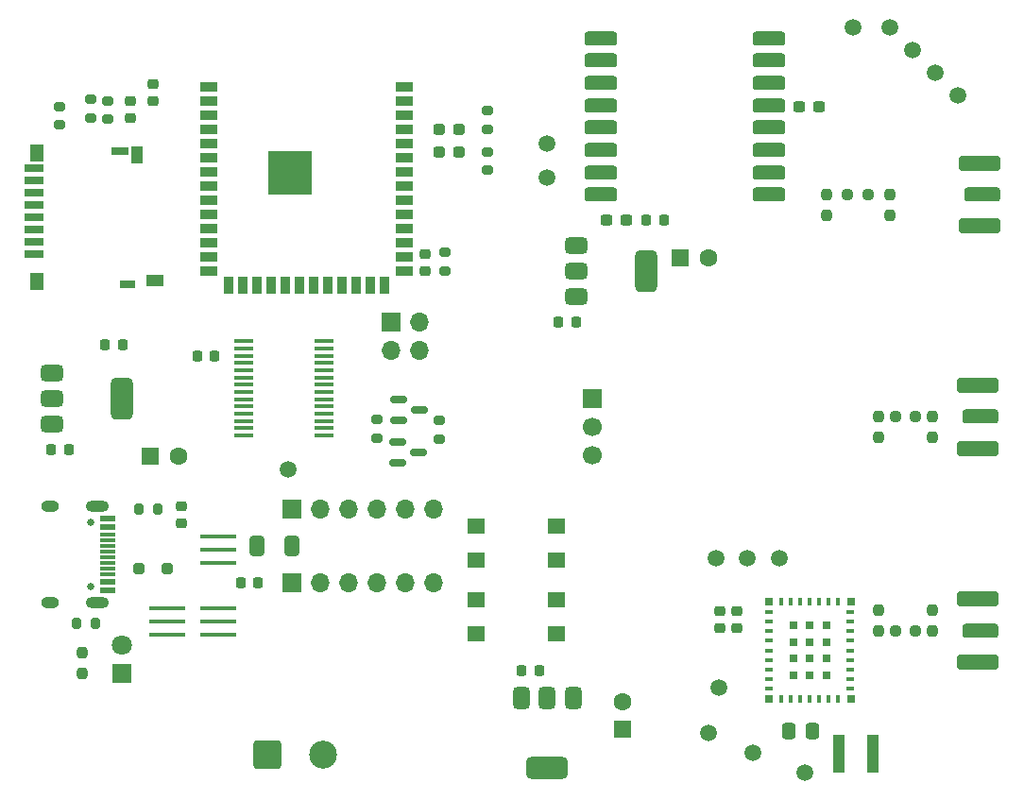
<source format=gbr>
%TF.GenerationSoftware,KiCad,Pcbnew,9.0.0*%
%TF.CreationDate,2025-04-10T09:35:26+02:00*%
%TF.ProjectId,3band_testboard_mcu_based,3362616e-645f-4746-9573-74626f617264,1.0*%
%TF.SameCoordinates,Original*%
%TF.FileFunction,Soldermask,Top*%
%TF.FilePolarity,Negative*%
%FSLAX46Y46*%
G04 Gerber Fmt 4.6, Leading zero omitted, Abs format (unit mm)*
G04 Created by KiCad (PCBNEW 9.0.0) date 2025-04-10 09:35:26*
%MOMM*%
%LPD*%
G01*
G04 APERTURE LIST*
G04 Aperture macros list*
%AMRoundRect*
0 Rectangle with rounded corners*
0 $1 Rounding radius*
0 $2 $3 $4 $5 $6 $7 $8 $9 X,Y pos of 4 corners*
0 Add a 4 corners polygon primitive as box body*
4,1,4,$2,$3,$4,$5,$6,$7,$8,$9,$2,$3,0*
0 Add four circle primitives for the rounded corners*
1,1,$1+$1,$2,$3*
1,1,$1+$1,$4,$5*
1,1,$1+$1,$6,$7*
1,1,$1+$1,$8,$9*
0 Add four rect primitives between the rounded corners*
20,1,$1+$1,$2,$3,$4,$5,0*
20,1,$1+$1,$4,$5,$6,$7,0*
20,1,$1+$1,$6,$7,$8,$9,0*
20,1,$1+$1,$8,$9,$2,$3,0*%
G04 Aperture macros list end*
%ADD10RoundRect,0.250000X1.350000X-0.385000X1.350000X0.385000X-1.350000X0.385000X-1.350000X-0.385000X0*%
%ADD11RoundRect,0.250000X1.600000X-0.425000X1.600000X0.425000X-1.600000X0.425000X-1.600000X-0.425000X0*%
%ADD12R,1.750000X0.700000*%
%ADD13R,1.300000X1.500000*%
%ADD14R,1.500000X0.800000*%
%ADD15R,1.400000X0.800000*%
%ADD16R,1.000000X1.550000*%
%ADD17R,1.550000X1.000000*%
%ADD18RoundRect,0.150000X-0.587500X-0.150000X0.587500X-0.150000X0.587500X0.150000X-0.587500X0.150000X0*%
%ADD19RoundRect,0.237500X0.287500X0.237500X-0.287500X0.237500X-0.287500X-0.237500X0.287500X-0.237500X0*%
%ADD20RoundRect,0.225000X-0.225000X-0.250000X0.225000X-0.250000X0.225000X0.250000X-0.225000X0.250000X0*%
%ADD21R,1.500000X0.900000*%
%ADD22R,0.900000X1.500000*%
%ADD23C,0.600000*%
%ADD24R,3.900000X3.900000*%
%ADD25C,1.500000*%
%ADD26RoundRect,0.237500X-0.237500X0.250000X-0.237500X-0.250000X0.237500X-0.250000X0.237500X0.250000X0*%
%ADD27RoundRect,0.225000X0.250000X-0.225000X0.250000X0.225000X-0.250000X0.225000X-0.250000X-0.225000X0*%
%ADD28RoundRect,0.317500X-1.157500X-0.317500X1.157500X-0.317500X1.157500X0.317500X-1.157500X0.317500X0*%
%ADD29RoundRect,0.200000X-0.200000X-0.275000X0.200000X-0.275000X0.200000X0.275000X-0.200000X0.275000X0*%
%ADD30R,1.700000X1.700000*%
%ADD31O,1.700000X1.700000*%
%ADD32R,0.400000X0.800000*%
%ADD33R,0.800000X0.800000*%
%ADD34R,0.800000X0.400000*%
%ADD35RoundRect,0.237500X-0.300000X-0.237500X0.300000X-0.237500X0.300000X0.237500X-0.300000X0.237500X0*%
%ADD36RoundRect,0.237500X-0.250000X-0.237500X0.250000X-0.237500X0.250000X0.237500X-0.250000X0.237500X0*%
%ADD37RoundRect,0.200000X-0.275000X0.200000X-0.275000X-0.200000X0.275000X-0.200000X0.275000X0.200000X0*%
%ADD38RoundRect,0.225000X0.225000X0.250000X-0.225000X0.250000X-0.225000X-0.250000X0.225000X-0.250000X0*%
%ADD39RoundRect,0.375000X-0.625000X-0.375000X0.625000X-0.375000X0.625000X0.375000X-0.625000X0.375000X0*%
%ADD40RoundRect,0.500000X-0.500000X-1.400000X0.500000X-1.400000X0.500000X1.400000X-0.500000X1.400000X0*%
%ADD41RoundRect,0.237500X0.300000X0.237500X-0.300000X0.237500X-0.300000X-0.237500X0.300000X-0.237500X0*%
%ADD42RoundRect,0.200000X0.275000X-0.200000X0.275000X0.200000X-0.275000X0.200000X-0.275000X-0.200000X0*%
%ADD43RoundRect,0.237500X0.250000X0.237500X-0.250000X0.237500X-0.250000X-0.237500X0.250000X-0.237500X0*%
%ADD44RoundRect,0.200000X0.200000X0.275000X-0.200000X0.275000X-0.200000X-0.275000X0.200000X-0.275000X0*%
%ADD45RoundRect,0.250000X-1.000000X-1.000000X1.000000X-1.000000X1.000000X1.000000X-1.000000X1.000000X0*%
%ADD46C,2.500000*%
%ADD47R,1.800000X1.800000*%
%ADD48C,1.800000*%
%ADD49R,1.600000X1.600000*%
%ADD50C,1.600000*%
%ADD51RoundRect,0.375000X-0.375000X0.625000X-0.375000X-0.625000X0.375000X-0.625000X0.375000X0.625000X0*%
%ADD52RoundRect,0.500000X-1.400000X0.500000X-1.400000X-0.500000X1.400000X-0.500000X1.400000X0.500000X0*%
%ADD53R,1.600000X1.400000*%
%ADD54R,1.100000X3.400000*%
%ADD55R,3.200000X0.400000*%
%ADD56R,1.750000X0.450000*%
%ADD57RoundRect,0.250000X-0.412500X-0.650000X0.412500X-0.650000X0.412500X0.650000X-0.412500X0.650000X0*%
%ADD58C,0.650000*%
%ADD59R,1.450000X0.600000*%
%ADD60R,1.450000X0.300000*%
%ADD61O,2.100000X1.000000*%
%ADD62O,1.600000X1.000000*%
%ADD63RoundRect,0.250000X-0.337500X-0.475000X0.337500X-0.475000X0.337500X0.475000X-0.337500X0.475000X0*%
%ADD64RoundRect,0.237500X0.237500X-0.250000X0.237500X0.250000X-0.237500X0.250000X-0.237500X-0.250000X0*%
%ADD65C,1.700000*%
%ADD66RoundRect,0.250000X0.250000X0.250000X-0.250000X0.250000X-0.250000X-0.250000X0.250000X-0.250000X0*%
G04 APERTURE END LIST*
D10*
%TO.C,J2*%
X163064000Y-87347718D03*
D11*
X162814000Y-84522718D03*
X162814000Y-90172718D03*
%TD*%
D12*
%TO.C,J4*%
X78216000Y-53567000D03*
X78216000Y-52467000D03*
X78216000Y-51367000D03*
X78216000Y-50267000D03*
X78216000Y-49167000D03*
X78216000Y-48067000D03*
X78216000Y-46967000D03*
X78216000Y-45867000D03*
D13*
X78441000Y-44567000D03*
X78441000Y-56017000D03*
D14*
X85941000Y-44392000D03*
D15*
X86591000Y-56342000D03*
D16*
X87441000Y-44692000D03*
D17*
X89016000Y-55942000D03*
%TD*%
D18*
%TO.C,Q2*%
X110901000Y-66614000D03*
X110901000Y-68514000D03*
X112776000Y-67564000D03*
%TD*%
D19*
%TO.C,D3*%
X116304000Y-42418000D03*
X114554000Y-42418000D03*
%TD*%
D20*
%TO.C,C13*%
X84582000Y-61722000D03*
X86132000Y-61722000D03*
%TD*%
D21*
%TO.C,U5*%
X93866000Y-38608000D03*
X93866000Y-39878000D03*
X93866000Y-41148000D03*
X93866000Y-42418000D03*
X93866000Y-43688000D03*
X93866000Y-44958000D03*
X93866000Y-46228000D03*
X93866000Y-47498000D03*
X93866000Y-48768000D03*
X93866000Y-50038000D03*
X93866000Y-51308000D03*
X93866000Y-52578000D03*
X93866000Y-53848000D03*
X93866000Y-55118000D03*
D22*
X95631000Y-56368000D03*
X96901000Y-56368000D03*
X98171000Y-56368000D03*
X99441000Y-56368000D03*
X100711000Y-56368000D03*
X101981000Y-56368000D03*
X103251000Y-56368000D03*
X104521000Y-56368000D03*
X105791000Y-56368000D03*
X107061000Y-56368000D03*
X108331000Y-56368000D03*
X109601000Y-56368000D03*
D21*
X111366000Y-55118000D03*
X111366000Y-53848000D03*
X111366000Y-52578000D03*
X111366000Y-51308000D03*
X111366000Y-50038000D03*
X111366000Y-48768000D03*
X111366000Y-47498000D03*
X111366000Y-46228000D03*
X111366000Y-44958000D03*
X111366000Y-43688000D03*
X111366000Y-42418000D03*
X111366000Y-41148000D03*
X111366000Y-39878000D03*
X111366000Y-38608000D03*
D23*
X99716000Y-45628000D03*
X99716000Y-47028000D03*
X100416000Y-44928000D03*
X100416000Y-46328000D03*
X100416000Y-47728000D03*
X101116000Y-45628000D03*
D24*
X101116000Y-46328000D03*
D23*
X101116000Y-47028000D03*
X101816000Y-44928000D03*
X101816000Y-46328000D03*
X101816000Y-47728000D03*
X102516000Y-45628000D03*
X102516000Y-47028000D03*
%TD*%
D25*
%TO.C,TP4*%
X151638000Y-33274000D03*
%TD*%
D26*
%TO.C,R18*%
X82550000Y-89361000D03*
X82550000Y-91186000D03*
%TD*%
D27*
%TO.C,C17*%
X113284000Y-55131000D03*
X113284000Y-53581000D03*
%TD*%
D26*
%TO.C,R1*%
X149225000Y-48260000D03*
X149225000Y-50085000D03*
%TD*%
D20*
%TO.C,C11*%
X79756000Y-71120000D03*
X81306000Y-71120000D03*
%TD*%
D28*
%TO.C,U1*%
X129000000Y-34275000D03*
X129000000Y-36275000D03*
X129000000Y-38275000D03*
X129000000Y-40275000D03*
X129000000Y-42275000D03*
X129000000Y-44275000D03*
X129000000Y-46275000D03*
X129000000Y-48275000D03*
X144050000Y-48275000D03*
X144050000Y-46275000D03*
X144050000Y-44275000D03*
X144050000Y-42275000D03*
X144050000Y-40275000D03*
X144050000Y-38275000D03*
X144050000Y-36275000D03*
X144050000Y-34275000D03*
%TD*%
D29*
%TO.C,R14*%
X82042000Y-86740000D03*
X83692000Y-86740000D03*
%TD*%
D30*
%TO.C,J9*%
X110236000Y-59690000D03*
D31*
X112776000Y-59690000D03*
X110236000Y-62230000D03*
X112776000Y-62230000D03*
%TD*%
D25*
%TO.C,TP1*%
X124206000Y-43688000D03*
%TD*%
D27*
%TO.C,C16*%
X91440000Y-77750000D03*
X91440000Y-76200000D03*
%TD*%
D25*
%TO.C,TP15*%
X142621000Y-98298000D03*
%TD*%
D32*
%TO.C,U4*%
X145184000Y-93465000D03*
X146034000Y-93465000D03*
X146884000Y-93465000D03*
X147734000Y-93465000D03*
X148584000Y-93465000D03*
X149434000Y-93465000D03*
X150284000Y-93465000D03*
D33*
X151434000Y-93515000D03*
D34*
X151384000Y-92515000D03*
X151384000Y-91665000D03*
X151384000Y-90815000D03*
X151384000Y-89965000D03*
X151384000Y-89115000D03*
X151384000Y-88265000D03*
X151384000Y-87415000D03*
X151384000Y-86565000D03*
X151384000Y-85715000D03*
D33*
X151434000Y-84765000D03*
D32*
X150284000Y-84765000D03*
X149434000Y-84765000D03*
X148584000Y-84765000D03*
X147734000Y-84765000D03*
X146884000Y-84765000D03*
X146034000Y-84765000D03*
X145184000Y-84765000D03*
D33*
X144034000Y-84715000D03*
D34*
X144084000Y-85715000D03*
X144084000Y-86565000D03*
X144084000Y-87415000D03*
X144084000Y-88265000D03*
X144084000Y-89115000D03*
X144084000Y-89965000D03*
X144084000Y-90815000D03*
X144084000Y-91665000D03*
X144084000Y-92515000D03*
D33*
X144034000Y-93515000D03*
X146234000Y-91365000D03*
X147734000Y-91365000D03*
X149234000Y-91365000D03*
X146234000Y-89865000D03*
X147734000Y-89865000D03*
X149234000Y-89865000D03*
X146234000Y-88365000D03*
X147734000Y-88365000D03*
X149234000Y-88365000D03*
X146234000Y-86865000D03*
X147734000Y-86865000D03*
X149234000Y-86865000D03*
%TD*%
D25*
%TO.C,TP13*%
X142113000Y-80899000D03*
%TD*%
D35*
%TO.C,C1*%
X146812000Y-40386000D03*
X148537000Y-40386000D03*
%TD*%
D30*
%TO.C,J8*%
X101346000Y-83058000D03*
D31*
X103886000Y-83058000D03*
X106426000Y-83058000D03*
X108966000Y-83058000D03*
X111506000Y-83058000D03*
X114046000Y-83058000D03*
%TD*%
D18*
%TO.C,Q1*%
X110822500Y-70424000D03*
X110822500Y-72324000D03*
X112697500Y-71374000D03*
%TD*%
D25*
%TO.C,TP6*%
X156972000Y-35306000D03*
%TD*%
D36*
%TO.C,R3*%
X151130000Y-48260000D03*
X152955000Y-48260000D03*
%TD*%
D37*
%TO.C,R15*%
X114554000Y-68517000D03*
X114554000Y-70167000D03*
%TD*%
D38*
%TO.C,C10*%
X126772000Y-59690000D03*
X125222000Y-59690000D03*
%TD*%
D39*
%TO.C,U6*%
X79806000Y-64248000D03*
X79806000Y-66548000D03*
D40*
X86106000Y-66548000D03*
D39*
X79806000Y-68848000D03*
%TD*%
D25*
%TO.C,TP9*%
X147320000Y-100076000D03*
%TD*%
D41*
%TO.C,C18*%
X131265000Y-50546000D03*
X129540000Y-50546000D03*
%TD*%
D27*
%TO.C,C2*%
X88900000Y-39878000D03*
X88900000Y-38328000D03*
%TD*%
D19*
%TO.C,D4*%
X116304000Y-44450000D03*
X114554000Y-44450000D03*
%TD*%
D26*
%TO.C,R2*%
X154940000Y-48260000D03*
X154940000Y-50085000D03*
%TD*%
D10*
%TO.C,J3*%
X163064000Y-68199000D03*
D11*
X162814000Y-65374000D03*
X162814000Y-71024000D03*
%TD*%
D27*
%TO.C,C4*%
X86868000Y-41402000D03*
X86868000Y-39852000D03*
%TD*%
D25*
%TO.C,TP5*%
X154940000Y-33274000D03*
%TD*%
D42*
%TO.C,R11*%
X83312000Y-41402000D03*
X83312000Y-39752000D03*
%TD*%
D26*
%TO.C,R9*%
X153924000Y-68199000D03*
X153924000Y-70024000D03*
%TD*%
D43*
%TO.C,R5*%
X157226000Y-87376000D03*
X155401000Y-87376000D03*
%TD*%
D25*
%TO.C,TP2*%
X159004000Y-37338000D03*
%TD*%
D44*
%TO.C,R13*%
X89280000Y-76454000D03*
X87630000Y-76454000D03*
%TD*%
D45*
%TO.C,J5*%
X99100000Y-98465500D03*
D46*
X104100000Y-98465500D03*
%TD*%
D47*
%TO.C,D2*%
X86106000Y-91186000D03*
D48*
X86106000Y-88646000D03*
%TD*%
D49*
%TO.C,C9*%
X136144000Y-53975000D03*
D50*
X138644000Y-53975000D03*
%TD*%
D38*
%TO.C,C3*%
X94361000Y-62738000D03*
X92811000Y-62738000D03*
%TD*%
D51*
%TO.C,U3*%
X126506000Y-93370000D03*
X124206000Y-93370000D03*
D52*
X124206000Y-99670000D03*
D51*
X121906000Y-93370000D03*
%TD*%
D26*
%TO.C,R7*%
X158750000Y-68199000D03*
X158750000Y-70024000D03*
%TD*%
D25*
%TO.C,TP11*%
X139573000Y-92456000D03*
%TD*%
D49*
%TO.C,C12*%
X88646000Y-71755000D03*
D50*
X91146000Y-71755000D03*
%TD*%
D53*
%TO.C,S2*%
X125012000Y-84606000D03*
X117812000Y-84606000D03*
X125012000Y-87606000D03*
X117812000Y-87606000D03*
%TD*%
D30*
%TO.C,J7*%
X101346000Y-76454000D03*
D31*
X103886000Y-76454000D03*
X106426000Y-76454000D03*
X108966000Y-76454000D03*
X111506000Y-76454000D03*
X114046000Y-76454000D03*
%TD*%
D20*
%TO.C,C7*%
X133096000Y-50546000D03*
X134646000Y-50546000D03*
%TD*%
D54*
%TO.C,L1*%
X150368000Y-98425000D03*
X153368000Y-98425000D03*
%TD*%
D42*
%TO.C,R19*%
X118872000Y-42418000D03*
X118872000Y-40768000D03*
%TD*%
D55*
%TO.C,FL3*%
X90170000Y-85344000D03*
X90170000Y-86544000D03*
X90170000Y-87744000D03*
%TD*%
D25*
%TO.C,TP14*%
X138684000Y-96520000D03*
%TD*%
%TO.C,TP12*%
X145034000Y-80899000D03*
%TD*%
D27*
%TO.C,C6*%
X139700000Y-87122000D03*
X139700000Y-85572000D03*
%TD*%
D56*
%TO.C,U7*%
X104228000Y-69850000D03*
X104228000Y-69200000D03*
X104228000Y-68550000D03*
X104228000Y-67900000D03*
X104228000Y-67250000D03*
X104228000Y-66600000D03*
X104228000Y-65950000D03*
X104228000Y-65300000D03*
X104228000Y-64650000D03*
X104228000Y-64000000D03*
X104228000Y-63350000D03*
X104228000Y-62700000D03*
X104228000Y-62050000D03*
X104228000Y-61400000D03*
X97028000Y-61400000D03*
X97028000Y-62050000D03*
X97028000Y-62700000D03*
X97028000Y-63350000D03*
X97028000Y-64000000D03*
X97028000Y-64650000D03*
X97028000Y-65300000D03*
X97028000Y-65950000D03*
X97028000Y-66600000D03*
X97028000Y-67250000D03*
X97028000Y-67900000D03*
X97028000Y-68550000D03*
X97028000Y-69200000D03*
X97028000Y-69850000D03*
%TD*%
D39*
%TO.C,U2*%
X126796000Y-52818000D03*
X126796000Y-55118000D03*
D40*
X133096000Y-55118000D03*
D39*
X126796000Y-57418000D03*
%TD*%
D57*
%TO.C,C19*%
X98221000Y-79756000D03*
X101346000Y-79756000D03*
%TD*%
D25*
%TO.C,TP10*%
X139319000Y-80899000D03*
%TD*%
D42*
%TO.C,R16*%
X108966000Y-70104000D03*
X108966000Y-68454000D03*
%TD*%
D55*
%TO.C,FL1*%
X94742000Y-85344000D03*
X94742000Y-86544000D03*
X94742000Y-87744000D03*
%TD*%
D58*
%TO.C,J6*%
X83320000Y-77628000D03*
X83320000Y-83408000D03*
D59*
X84765000Y-77268000D03*
X84765000Y-78068000D03*
D60*
X84765000Y-79268000D03*
X84765000Y-80268000D03*
X84765000Y-80768000D03*
X84765000Y-81768000D03*
D59*
X84765000Y-82968000D03*
X84765000Y-83768000D03*
X84765000Y-83768000D03*
X84765000Y-82968000D03*
D60*
X84765000Y-82268000D03*
X84765000Y-81268000D03*
X84765000Y-79768000D03*
X84765000Y-78768000D03*
D59*
X84765000Y-78068000D03*
X84765000Y-77268000D03*
D61*
X83850000Y-76198000D03*
D62*
X79670000Y-76198000D03*
D61*
X83850000Y-84838000D03*
D62*
X79670000Y-84838000D03*
%TD*%
D27*
%TO.C,C20*%
X141224000Y-87122000D03*
X141224000Y-85572000D03*
%TD*%
D63*
%TO.C,C15*%
X145872000Y-96363500D03*
X147947000Y-96363500D03*
%TD*%
D37*
%TO.C,R17*%
X115062000Y-53468000D03*
X115062000Y-55118000D03*
%TD*%
D43*
%TO.C,R8*%
X157226000Y-68199000D03*
X155401000Y-68199000D03*
%TD*%
D53*
%TO.C,S1*%
X125012000Y-78002000D03*
X117812000Y-78002000D03*
X125012000Y-81002000D03*
X117812000Y-81002000D03*
%TD*%
D25*
%TO.C,TP8*%
X100965000Y-72898000D03*
%TD*%
D49*
%TO.C,C8*%
X130937000Y-96201113D03*
D50*
X130937000Y-93701113D03*
%TD*%
D25*
%TO.C,TP7*%
X124206000Y-46736000D03*
%TD*%
D10*
%TO.C,J1*%
X163191000Y-48260000D03*
D11*
X162941000Y-45435000D03*
X162941000Y-51085000D03*
%TD*%
D42*
%TO.C,R12*%
X80518000Y-42037000D03*
X80518000Y-40387000D03*
%TD*%
D64*
%TO.C,R6*%
X153924000Y-87376000D03*
X153924000Y-85551000D03*
%TD*%
D20*
%TO.C,C5*%
X121907000Y-90932000D03*
X123457000Y-90932000D03*
%TD*%
D55*
%TO.C,FL2*%
X94742000Y-81280000D03*
X94742000Y-80080000D03*
X94742000Y-78880000D03*
%TD*%
D64*
%TO.C,R4*%
X158750000Y-87376000D03*
X158750000Y-85551000D03*
%TD*%
D37*
%TO.C,R10*%
X84836000Y-39878000D03*
X84836000Y-41528000D03*
%TD*%
D30*
%TO.C,J10*%
X128270000Y-66548000D03*
D65*
X128270000Y-69088000D03*
X128270000Y-71628000D03*
%TD*%
D66*
%TO.C,D1*%
X90130000Y-81788000D03*
X87630000Y-81788000D03*
%TD*%
D25*
%TO.C,TP3*%
X161036000Y-39370000D03*
%TD*%
D37*
%TO.C,R20*%
X118872000Y-44450000D03*
X118872000Y-46100000D03*
%TD*%
D20*
%TO.C,C14*%
X96748000Y-83058000D03*
X98298000Y-83058000D03*
%TD*%
M02*

</source>
